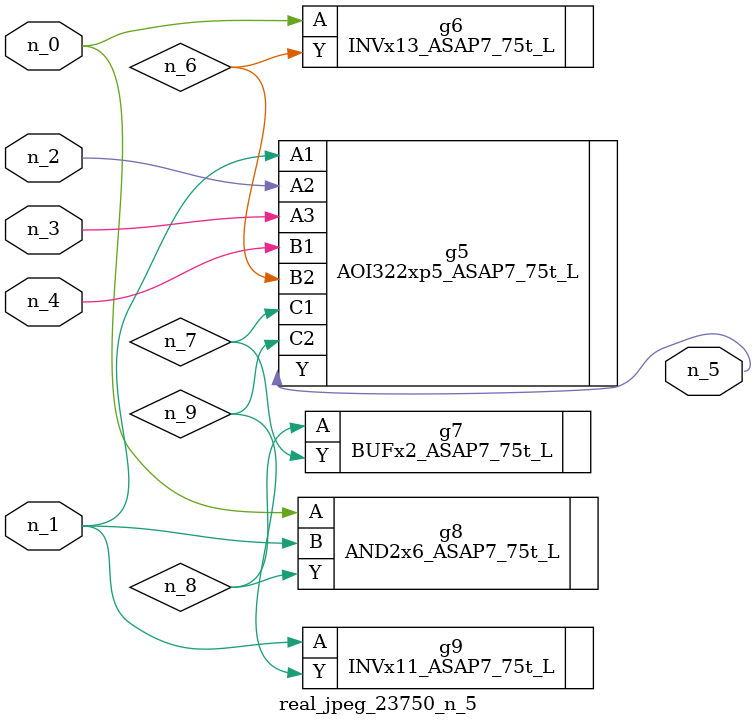
<source format=v>
module real_jpeg_23750_n_5 (n_4, n_0, n_1, n_2, n_3, n_5);

input n_4;
input n_0;
input n_1;
input n_2;
input n_3;

output n_5;

wire n_8;
wire n_6;
wire n_7;
wire n_9;

INVx13_ASAP7_75t_L g6 ( 
.A(n_0),
.Y(n_6)
);

AND2x6_ASAP7_75t_L g8 ( 
.A(n_0),
.B(n_1),
.Y(n_8)
);

AOI322xp5_ASAP7_75t_L g5 ( 
.A1(n_1),
.A2(n_2),
.A3(n_3),
.B1(n_4),
.B2(n_6),
.C1(n_7),
.C2(n_9),
.Y(n_5)
);

INVx11_ASAP7_75t_L g9 ( 
.A(n_1),
.Y(n_9)
);

BUFx2_ASAP7_75t_L g7 ( 
.A(n_8),
.Y(n_7)
);


endmodule
</source>
